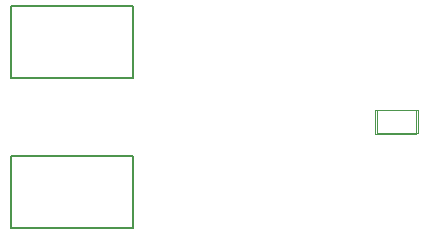
<source format=gbr>
%TF.GenerationSoftware,Altium Limited,Altium Designer,20.0.11 (256)*%
G04 Layer_Color=0*
%FSLAX26Y26*%
%MOIN*%
%TF.FileFunction,Other,Bottom_Component_Outline*%
%TF.Part,Single*%
G01*
G75*
%TA.AperFunction,NonConductor*%
%ADD21C,0.006000*%
%ADD36C,0.001968*%
D21*
X572004Y55000D02*
Y295000D01*
X165004D02*
X572004D01*
X165004Y55000D02*
X572004D01*
X165004D02*
Y295000D01*
X572004Y555000D02*
Y795000D01*
X165004D02*
X572004D01*
X165004Y555000D02*
X572004D01*
X165004D02*
Y795000D01*
D36*
X1385634Y372677D02*
Y450236D01*
Y372677D02*
X1522248D01*
Y450236D01*
X1385634D02*
X1522248D01*
X1513307Y371221D02*
Y448779D01*
X1376693D02*
X1513307D01*
X1376693Y371221D02*
Y448779D01*
Y371221D02*
X1513307D01*
%TF.MD5,06e5ed37b1c31fbd90c6f33fcecf93f4*%
M02*

</source>
